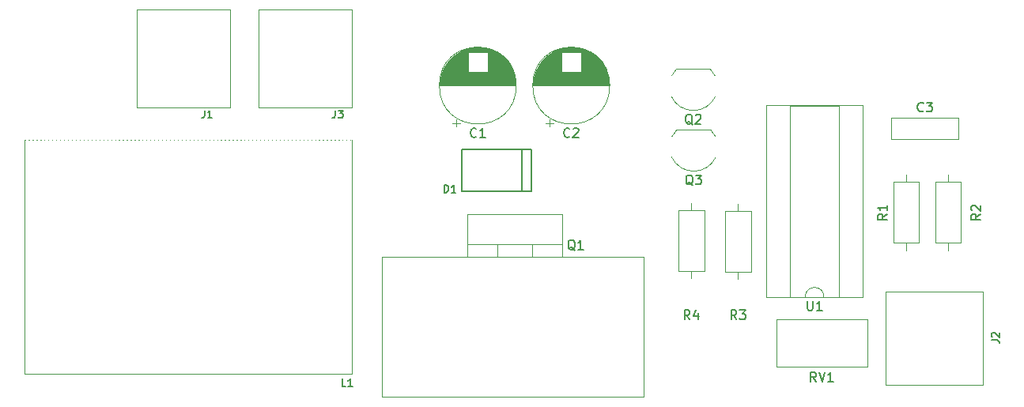
<source format=gbr>
%TF.GenerationSoftware,KiCad,Pcbnew,9.0.4*%
%TF.CreationDate,2025-11-25T15:00:47-03:00*%
%TF.ProjectId,Conversor Boost-MCC. Andr__ Nicollas e Vinicius,436f6e76-6572-4736-9f72-20426f6f7374,rev?*%
%TF.SameCoordinates,Original*%
%TF.FileFunction,Legend,Top*%
%TF.FilePolarity,Positive*%
%FSLAX46Y46*%
G04 Gerber Fmt 4.6, Leading zero omitted, Abs format (unit mm)*
G04 Created by KiCad (PCBNEW 9.0.4) date 2025-11-25 15:00:47*
%MOMM*%
%LPD*%
G01*
G04 APERTURE LIST*
%ADD10C,0.100000*%
%ADD11C,0.152400*%
%ADD12C,0.150000*%
%ADD13C,0.120000*%
G04 APERTURE END LIST*
D10*
X73750000Y-44250000D02*
X101750000Y-44250000D01*
X101750000Y-59250000D01*
X73750000Y-59250000D01*
X73750000Y-44250000D01*
D11*
X80400076Y-37368091D02*
X80400076Y-36555291D01*
X80400076Y-36555291D02*
X80593600Y-36555291D01*
X80593600Y-36555291D02*
X80709714Y-36593996D01*
X80709714Y-36593996D02*
X80787124Y-36671406D01*
X80787124Y-36671406D02*
X80825829Y-36748815D01*
X80825829Y-36748815D02*
X80864533Y-36903634D01*
X80864533Y-36903634D02*
X80864533Y-37019748D01*
X80864533Y-37019748D02*
X80825829Y-37174567D01*
X80825829Y-37174567D02*
X80787124Y-37251977D01*
X80787124Y-37251977D02*
X80709714Y-37329387D01*
X80709714Y-37329387D02*
X80593600Y-37368091D01*
X80593600Y-37368091D02*
X80400076Y-37368091D01*
X81638629Y-37368091D02*
X81174172Y-37368091D01*
X81406400Y-37368091D02*
X81406400Y-36555291D01*
X81406400Y-36555291D02*
X81328991Y-36671406D01*
X81328991Y-36671406D02*
X81251581Y-36748815D01*
X81251581Y-36748815D02*
X81174172Y-36787520D01*
D12*
X83833333Y-31359580D02*
X83785714Y-31407200D01*
X83785714Y-31407200D02*
X83642857Y-31454819D01*
X83642857Y-31454819D02*
X83547619Y-31454819D01*
X83547619Y-31454819D02*
X83404762Y-31407200D01*
X83404762Y-31407200D02*
X83309524Y-31311961D01*
X83309524Y-31311961D02*
X83261905Y-31216723D01*
X83261905Y-31216723D02*
X83214286Y-31026247D01*
X83214286Y-31026247D02*
X83214286Y-30883390D01*
X83214286Y-30883390D02*
X83261905Y-30692914D01*
X83261905Y-30692914D02*
X83309524Y-30597676D01*
X83309524Y-30597676D02*
X83404762Y-30502438D01*
X83404762Y-30502438D02*
X83547619Y-30454819D01*
X83547619Y-30454819D02*
X83642857Y-30454819D01*
X83642857Y-30454819D02*
X83785714Y-30502438D01*
X83785714Y-30502438D02*
X83833333Y-30550057D01*
X84785714Y-31454819D02*
X84214286Y-31454819D01*
X84500000Y-31454819D02*
X84500000Y-30454819D01*
X84500000Y-30454819D02*
X84404762Y-30597676D01*
X84404762Y-30597676D02*
X84309524Y-30692914D01*
X84309524Y-30692914D02*
X84214286Y-30740533D01*
X93833333Y-31359580D02*
X93785714Y-31407200D01*
X93785714Y-31407200D02*
X93642857Y-31454819D01*
X93642857Y-31454819D02*
X93547619Y-31454819D01*
X93547619Y-31454819D02*
X93404762Y-31407200D01*
X93404762Y-31407200D02*
X93309524Y-31311961D01*
X93309524Y-31311961D02*
X93261905Y-31216723D01*
X93261905Y-31216723D02*
X93214286Y-31026247D01*
X93214286Y-31026247D02*
X93214286Y-30883390D01*
X93214286Y-30883390D02*
X93261905Y-30692914D01*
X93261905Y-30692914D02*
X93309524Y-30597676D01*
X93309524Y-30597676D02*
X93404762Y-30502438D01*
X93404762Y-30502438D02*
X93547619Y-30454819D01*
X93547619Y-30454819D02*
X93642857Y-30454819D01*
X93642857Y-30454819D02*
X93785714Y-30502438D01*
X93785714Y-30502438D02*
X93833333Y-30550057D01*
X94214286Y-30550057D02*
X94261905Y-30502438D01*
X94261905Y-30502438D02*
X94357143Y-30454819D01*
X94357143Y-30454819D02*
X94595238Y-30454819D01*
X94595238Y-30454819D02*
X94690476Y-30502438D01*
X94690476Y-30502438D02*
X94738095Y-30550057D01*
X94738095Y-30550057D02*
X94785714Y-30645295D01*
X94785714Y-30645295D02*
X94785714Y-30740533D01*
X94785714Y-30740533D02*
X94738095Y-30883390D01*
X94738095Y-30883390D02*
X94166667Y-31454819D01*
X94166667Y-31454819D02*
X94785714Y-31454819D01*
D11*
X68729067Y-28555291D02*
X68729067Y-29135863D01*
X68729067Y-29135863D02*
X68690362Y-29251977D01*
X68690362Y-29251977D02*
X68612953Y-29329387D01*
X68612953Y-29329387D02*
X68496838Y-29368091D01*
X68496838Y-29368091D02*
X68419429Y-29368091D01*
X69038705Y-28555291D02*
X69541867Y-28555291D01*
X69541867Y-28555291D02*
X69270933Y-28864929D01*
X69270933Y-28864929D02*
X69387048Y-28864929D01*
X69387048Y-28864929D02*
X69464457Y-28903634D01*
X69464457Y-28903634D02*
X69503162Y-28942339D01*
X69503162Y-28942339D02*
X69541867Y-29019748D01*
X69541867Y-29019748D02*
X69541867Y-29213272D01*
X69541867Y-29213272D02*
X69503162Y-29290682D01*
X69503162Y-29290682D02*
X69464457Y-29329387D01*
X69464457Y-29329387D02*
X69387048Y-29368091D01*
X69387048Y-29368091D02*
X69154819Y-29368091D01*
X69154819Y-29368091D02*
X69077410Y-29329387D01*
X69077410Y-29329387D02*
X69038705Y-29290682D01*
D12*
X94404761Y-43550057D02*
X94309523Y-43502438D01*
X94309523Y-43502438D02*
X94214285Y-43407200D01*
X94214285Y-43407200D02*
X94071428Y-43264342D01*
X94071428Y-43264342D02*
X93976190Y-43216723D01*
X93976190Y-43216723D02*
X93880952Y-43216723D01*
X93928571Y-43454819D02*
X93833333Y-43407200D01*
X93833333Y-43407200D02*
X93738095Y-43311961D01*
X93738095Y-43311961D02*
X93690476Y-43121485D01*
X93690476Y-43121485D02*
X93690476Y-42788152D01*
X93690476Y-42788152D02*
X93738095Y-42597676D01*
X93738095Y-42597676D02*
X93833333Y-42502438D01*
X93833333Y-42502438D02*
X93928571Y-42454819D01*
X93928571Y-42454819D02*
X94119047Y-42454819D01*
X94119047Y-42454819D02*
X94214285Y-42502438D01*
X94214285Y-42502438D02*
X94309523Y-42597676D01*
X94309523Y-42597676D02*
X94357142Y-42788152D01*
X94357142Y-42788152D02*
X94357142Y-43121485D01*
X94357142Y-43121485D02*
X94309523Y-43311961D01*
X94309523Y-43311961D02*
X94214285Y-43407200D01*
X94214285Y-43407200D02*
X94119047Y-43454819D01*
X94119047Y-43454819D02*
X93928571Y-43454819D01*
X95309523Y-43454819D02*
X94738095Y-43454819D01*
X95023809Y-43454819D02*
X95023809Y-42454819D01*
X95023809Y-42454819D02*
X94928571Y-42597676D01*
X94928571Y-42597676D02*
X94833333Y-42692914D01*
X94833333Y-42692914D02*
X94738095Y-42740533D01*
X120234761Y-57614819D02*
X119901428Y-57138628D01*
X119663333Y-57614819D02*
X119663333Y-56614819D01*
X119663333Y-56614819D02*
X120044285Y-56614819D01*
X120044285Y-56614819D02*
X120139523Y-56662438D01*
X120139523Y-56662438D02*
X120187142Y-56710057D01*
X120187142Y-56710057D02*
X120234761Y-56805295D01*
X120234761Y-56805295D02*
X120234761Y-56948152D01*
X120234761Y-56948152D02*
X120187142Y-57043390D01*
X120187142Y-57043390D02*
X120139523Y-57091009D01*
X120139523Y-57091009D02*
X120044285Y-57138628D01*
X120044285Y-57138628D02*
X119663333Y-57138628D01*
X120520476Y-56614819D02*
X120853809Y-57614819D01*
X120853809Y-57614819D02*
X121187142Y-56614819D01*
X122044285Y-57614819D02*
X121472857Y-57614819D01*
X121758571Y-57614819D02*
X121758571Y-56614819D01*
X121758571Y-56614819D02*
X121663333Y-56757676D01*
X121663333Y-56757676D02*
X121568095Y-56852914D01*
X121568095Y-56852914D02*
X121472857Y-56900533D01*
X127824819Y-39666666D02*
X127348628Y-39999999D01*
X127824819Y-40238094D02*
X126824819Y-40238094D01*
X126824819Y-40238094D02*
X126824819Y-39857142D01*
X126824819Y-39857142D02*
X126872438Y-39761904D01*
X126872438Y-39761904D02*
X126920057Y-39714285D01*
X126920057Y-39714285D02*
X127015295Y-39666666D01*
X127015295Y-39666666D02*
X127158152Y-39666666D01*
X127158152Y-39666666D02*
X127253390Y-39714285D01*
X127253390Y-39714285D02*
X127301009Y-39761904D01*
X127301009Y-39761904D02*
X127348628Y-39857142D01*
X127348628Y-39857142D02*
X127348628Y-40238094D01*
X127824819Y-38714285D02*
X127824819Y-39285713D01*
X127824819Y-38999999D02*
X126824819Y-38999999D01*
X126824819Y-38999999D02*
X126967676Y-39095237D01*
X126967676Y-39095237D02*
X127062914Y-39190475D01*
X127062914Y-39190475D02*
X127110533Y-39285713D01*
X119298095Y-48984819D02*
X119298095Y-49794342D01*
X119298095Y-49794342D02*
X119345714Y-49889580D01*
X119345714Y-49889580D02*
X119393333Y-49937200D01*
X119393333Y-49937200D02*
X119488571Y-49984819D01*
X119488571Y-49984819D02*
X119679047Y-49984819D01*
X119679047Y-49984819D02*
X119774285Y-49937200D01*
X119774285Y-49937200D02*
X119821904Y-49889580D01*
X119821904Y-49889580D02*
X119869523Y-49794342D01*
X119869523Y-49794342D02*
X119869523Y-48984819D01*
X120869523Y-49984819D02*
X120298095Y-49984819D01*
X120583809Y-49984819D02*
X120583809Y-48984819D01*
X120583809Y-48984819D02*
X120488571Y-49127676D01*
X120488571Y-49127676D02*
X120393333Y-49222914D01*
X120393333Y-49222914D02*
X120298095Y-49270533D01*
X106703333Y-50954819D02*
X106370000Y-50478628D01*
X106131905Y-50954819D02*
X106131905Y-49954819D01*
X106131905Y-49954819D02*
X106512857Y-49954819D01*
X106512857Y-49954819D02*
X106608095Y-50002438D01*
X106608095Y-50002438D02*
X106655714Y-50050057D01*
X106655714Y-50050057D02*
X106703333Y-50145295D01*
X106703333Y-50145295D02*
X106703333Y-50288152D01*
X106703333Y-50288152D02*
X106655714Y-50383390D01*
X106655714Y-50383390D02*
X106608095Y-50431009D01*
X106608095Y-50431009D02*
X106512857Y-50478628D01*
X106512857Y-50478628D02*
X106131905Y-50478628D01*
X107560476Y-50288152D02*
X107560476Y-50954819D01*
X107322381Y-49907200D02*
X107084286Y-50621485D01*
X107084286Y-50621485D02*
X107703333Y-50621485D01*
X137824819Y-39666666D02*
X137348628Y-39999999D01*
X137824819Y-40238094D02*
X136824819Y-40238094D01*
X136824819Y-40238094D02*
X136824819Y-39857142D01*
X136824819Y-39857142D02*
X136872438Y-39761904D01*
X136872438Y-39761904D02*
X136920057Y-39714285D01*
X136920057Y-39714285D02*
X137015295Y-39666666D01*
X137015295Y-39666666D02*
X137158152Y-39666666D01*
X137158152Y-39666666D02*
X137253390Y-39714285D01*
X137253390Y-39714285D02*
X137301009Y-39761904D01*
X137301009Y-39761904D02*
X137348628Y-39857142D01*
X137348628Y-39857142D02*
X137348628Y-40238094D01*
X136920057Y-39285713D02*
X136872438Y-39238094D01*
X136872438Y-39238094D02*
X136824819Y-39142856D01*
X136824819Y-39142856D02*
X136824819Y-38904761D01*
X136824819Y-38904761D02*
X136872438Y-38809523D01*
X136872438Y-38809523D02*
X136920057Y-38761904D01*
X136920057Y-38761904D02*
X137015295Y-38714285D01*
X137015295Y-38714285D02*
X137110533Y-38714285D01*
X137110533Y-38714285D02*
X137253390Y-38761904D01*
X137253390Y-38761904D02*
X137824819Y-39333332D01*
X137824819Y-39333332D02*
X137824819Y-38714285D01*
X111703333Y-50954819D02*
X111370000Y-50478628D01*
X111131905Y-50954819D02*
X111131905Y-49954819D01*
X111131905Y-49954819D02*
X111512857Y-49954819D01*
X111512857Y-49954819D02*
X111608095Y-50002438D01*
X111608095Y-50002438D02*
X111655714Y-50050057D01*
X111655714Y-50050057D02*
X111703333Y-50145295D01*
X111703333Y-50145295D02*
X111703333Y-50288152D01*
X111703333Y-50288152D02*
X111655714Y-50383390D01*
X111655714Y-50383390D02*
X111608095Y-50431009D01*
X111608095Y-50431009D02*
X111512857Y-50478628D01*
X111512857Y-50478628D02*
X111131905Y-50478628D01*
X112036667Y-49954819D02*
X112655714Y-49954819D01*
X112655714Y-49954819D02*
X112322381Y-50335771D01*
X112322381Y-50335771D02*
X112465238Y-50335771D01*
X112465238Y-50335771D02*
X112560476Y-50383390D01*
X112560476Y-50383390D02*
X112608095Y-50431009D01*
X112608095Y-50431009D02*
X112655714Y-50526247D01*
X112655714Y-50526247D02*
X112655714Y-50764342D01*
X112655714Y-50764342D02*
X112608095Y-50859580D01*
X112608095Y-50859580D02*
X112560476Y-50907200D01*
X112560476Y-50907200D02*
X112465238Y-50954819D01*
X112465238Y-50954819D02*
X112179524Y-50954819D01*
X112179524Y-50954819D02*
X112084286Y-50907200D01*
X112084286Y-50907200D02*
X112036667Y-50859580D01*
D11*
X139012491Y-53170932D02*
X139593063Y-53170932D01*
X139593063Y-53170932D02*
X139709177Y-53209637D01*
X139709177Y-53209637D02*
X139786587Y-53287046D01*
X139786587Y-53287046D02*
X139825291Y-53403161D01*
X139825291Y-53403161D02*
X139825291Y-53480570D01*
X139089901Y-52822589D02*
X139051196Y-52783885D01*
X139051196Y-52783885D02*
X139012491Y-52706475D01*
X139012491Y-52706475D02*
X139012491Y-52512951D01*
X139012491Y-52512951D02*
X139051196Y-52435542D01*
X139051196Y-52435542D02*
X139089901Y-52396837D01*
X139089901Y-52396837D02*
X139167310Y-52358132D01*
X139167310Y-52358132D02*
X139244720Y-52358132D01*
X139244720Y-52358132D02*
X139360834Y-52396837D01*
X139360834Y-52396837D02*
X139825291Y-52861294D01*
X139825291Y-52861294D02*
X139825291Y-52358132D01*
D12*
X131703333Y-28609580D02*
X131655714Y-28657200D01*
X131655714Y-28657200D02*
X131512857Y-28704819D01*
X131512857Y-28704819D02*
X131417619Y-28704819D01*
X131417619Y-28704819D02*
X131274762Y-28657200D01*
X131274762Y-28657200D02*
X131179524Y-28561961D01*
X131179524Y-28561961D02*
X131131905Y-28466723D01*
X131131905Y-28466723D02*
X131084286Y-28276247D01*
X131084286Y-28276247D02*
X131084286Y-28133390D01*
X131084286Y-28133390D02*
X131131905Y-27942914D01*
X131131905Y-27942914D02*
X131179524Y-27847676D01*
X131179524Y-27847676D02*
X131274762Y-27752438D01*
X131274762Y-27752438D02*
X131417619Y-27704819D01*
X131417619Y-27704819D02*
X131512857Y-27704819D01*
X131512857Y-27704819D02*
X131655714Y-27752438D01*
X131655714Y-27752438D02*
X131703333Y-27800057D01*
X132036667Y-27704819D02*
X132655714Y-27704819D01*
X132655714Y-27704819D02*
X132322381Y-28085771D01*
X132322381Y-28085771D02*
X132465238Y-28085771D01*
X132465238Y-28085771D02*
X132560476Y-28133390D01*
X132560476Y-28133390D02*
X132608095Y-28181009D01*
X132608095Y-28181009D02*
X132655714Y-28276247D01*
X132655714Y-28276247D02*
X132655714Y-28514342D01*
X132655714Y-28514342D02*
X132608095Y-28609580D01*
X132608095Y-28609580D02*
X132560476Y-28657200D01*
X132560476Y-28657200D02*
X132465238Y-28704819D01*
X132465238Y-28704819D02*
X132179524Y-28704819D01*
X132179524Y-28704819D02*
X132084286Y-28657200D01*
X132084286Y-28657200D02*
X132036667Y-28609580D01*
X107024761Y-36590057D02*
X106929523Y-36542438D01*
X106929523Y-36542438D02*
X106834285Y-36447200D01*
X106834285Y-36447200D02*
X106691428Y-36304342D01*
X106691428Y-36304342D02*
X106596190Y-36256723D01*
X106596190Y-36256723D02*
X106500952Y-36256723D01*
X106548571Y-36494819D02*
X106453333Y-36447200D01*
X106453333Y-36447200D02*
X106358095Y-36351961D01*
X106358095Y-36351961D02*
X106310476Y-36161485D01*
X106310476Y-36161485D02*
X106310476Y-35828152D01*
X106310476Y-35828152D02*
X106358095Y-35637676D01*
X106358095Y-35637676D02*
X106453333Y-35542438D01*
X106453333Y-35542438D02*
X106548571Y-35494819D01*
X106548571Y-35494819D02*
X106739047Y-35494819D01*
X106739047Y-35494819D02*
X106834285Y-35542438D01*
X106834285Y-35542438D02*
X106929523Y-35637676D01*
X106929523Y-35637676D02*
X106977142Y-35828152D01*
X106977142Y-35828152D02*
X106977142Y-36161485D01*
X106977142Y-36161485D02*
X106929523Y-36351961D01*
X106929523Y-36351961D02*
X106834285Y-36447200D01*
X106834285Y-36447200D02*
X106739047Y-36494819D01*
X106739047Y-36494819D02*
X106548571Y-36494819D01*
X107310476Y-35494819D02*
X107929523Y-35494819D01*
X107929523Y-35494819D02*
X107596190Y-35875771D01*
X107596190Y-35875771D02*
X107739047Y-35875771D01*
X107739047Y-35875771D02*
X107834285Y-35923390D01*
X107834285Y-35923390D02*
X107881904Y-35971009D01*
X107881904Y-35971009D02*
X107929523Y-36066247D01*
X107929523Y-36066247D02*
X107929523Y-36304342D01*
X107929523Y-36304342D02*
X107881904Y-36399580D01*
X107881904Y-36399580D02*
X107834285Y-36447200D01*
X107834285Y-36447200D02*
X107739047Y-36494819D01*
X107739047Y-36494819D02*
X107453333Y-36494819D01*
X107453333Y-36494819D02*
X107358095Y-36447200D01*
X107358095Y-36447200D02*
X107310476Y-36399580D01*
X106984761Y-30090057D02*
X106889523Y-30042438D01*
X106889523Y-30042438D02*
X106794285Y-29947200D01*
X106794285Y-29947200D02*
X106651428Y-29804342D01*
X106651428Y-29804342D02*
X106556190Y-29756723D01*
X106556190Y-29756723D02*
X106460952Y-29756723D01*
X106508571Y-29994819D02*
X106413333Y-29947200D01*
X106413333Y-29947200D02*
X106318095Y-29851961D01*
X106318095Y-29851961D02*
X106270476Y-29661485D01*
X106270476Y-29661485D02*
X106270476Y-29328152D01*
X106270476Y-29328152D02*
X106318095Y-29137676D01*
X106318095Y-29137676D02*
X106413333Y-29042438D01*
X106413333Y-29042438D02*
X106508571Y-28994819D01*
X106508571Y-28994819D02*
X106699047Y-28994819D01*
X106699047Y-28994819D02*
X106794285Y-29042438D01*
X106794285Y-29042438D02*
X106889523Y-29137676D01*
X106889523Y-29137676D02*
X106937142Y-29328152D01*
X106937142Y-29328152D02*
X106937142Y-29661485D01*
X106937142Y-29661485D02*
X106889523Y-29851961D01*
X106889523Y-29851961D02*
X106794285Y-29947200D01*
X106794285Y-29947200D02*
X106699047Y-29994819D01*
X106699047Y-29994819D02*
X106508571Y-29994819D01*
X107318095Y-29090057D02*
X107365714Y-29042438D01*
X107365714Y-29042438D02*
X107460952Y-28994819D01*
X107460952Y-28994819D02*
X107699047Y-28994819D01*
X107699047Y-28994819D02*
X107794285Y-29042438D01*
X107794285Y-29042438D02*
X107841904Y-29090057D01*
X107841904Y-29090057D02*
X107889523Y-29185295D01*
X107889523Y-29185295D02*
X107889523Y-29280533D01*
X107889523Y-29280533D02*
X107841904Y-29423390D01*
X107841904Y-29423390D02*
X107270476Y-29994819D01*
X107270476Y-29994819D02*
X107889523Y-29994819D01*
D11*
X69864533Y-58118091D02*
X69477485Y-58118091D01*
X69477485Y-58118091D02*
X69477485Y-57305291D01*
X70561219Y-58118091D02*
X70096762Y-58118091D01*
X70328990Y-58118091D02*
X70328990Y-57305291D01*
X70328990Y-57305291D02*
X70251581Y-57421406D01*
X70251581Y-57421406D02*
X70174171Y-57498815D01*
X70174171Y-57498815D02*
X70096762Y-57537520D01*
X54729067Y-28555291D02*
X54729067Y-29135863D01*
X54729067Y-29135863D02*
X54690362Y-29251977D01*
X54690362Y-29251977D02*
X54612953Y-29329387D01*
X54612953Y-29329387D02*
X54496838Y-29368091D01*
X54496838Y-29368091D02*
X54419429Y-29368091D01*
X55541867Y-29368091D02*
X55077410Y-29368091D01*
X55309638Y-29368091D02*
X55309638Y-28555291D01*
X55309638Y-28555291D02*
X55232229Y-28671406D01*
X55232229Y-28671406D02*
X55154819Y-28748815D01*
X55154819Y-28748815D02*
X55077410Y-28787520D01*
%TO.C,D1*%
X82250000Y-32750000D02*
X89750000Y-32750000D01*
X89750000Y-37250000D01*
X82250000Y-37250000D01*
X82250000Y-32750000D01*
X88750000Y-32750000D02*
X88750000Y-37250000D01*
D13*
%TO.C,C1*%
X79920000Y-25862651D02*
X88080000Y-25862651D01*
X79920000Y-25902651D02*
X88080000Y-25902651D01*
X79921000Y-25822651D02*
X88079000Y-25822651D01*
X79922000Y-25782651D02*
X88078000Y-25782651D01*
X79923000Y-25742651D02*
X88077000Y-25742651D01*
X79925000Y-25702651D02*
X88075000Y-25702651D01*
X79927000Y-25662651D02*
X88073000Y-25662651D01*
X79930000Y-25622651D02*
X88070000Y-25622651D01*
X79932000Y-25582651D02*
X88068000Y-25582651D01*
X79936000Y-25542651D02*
X88064000Y-25542651D01*
X79939000Y-25502651D02*
X88061000Y-25502651D01*
X79944000Y-25462651D02*
X88056000Y-25462651D01*
X79948000Y-25422651D02*
X88052000Y-25422651D01*
X79953000Y-25382651D02*
X88047000Y-25382651D01*
X79958000Y-25342651D02*
X88042000Y-25342651D01*
X79964000Y-25302651D02*
X88036000Y-25302651D01*
X79970000Y-25262651D02*
X88030000Y-25262651D01*
X79977000Y-25222651D02*
X88023000Y-25222651D01*
X79983000Y-25182651D02*
X88017000Y-25182651D01*
X79991000Y-25142651D02*
X88009000Y-25142651D01*
X79998000Y-25102651D02*
X88002000Y-25102651D01*
X80007000Y-25062651D02*
X87993000Y-25062651D01*
X80015000Y-25022651D02*
X87985000Y-25022651D01*
X80024000Y-24982651D02*
X87976000Y-24982651D01*
X80033000Y-24942651D02*
X87967000Y-24942651D01*
X80043000Y-24902651D02*
X87957000Y-24902651D01*
X80053000Y-24862651D02*
X87947000Y-24862651D01*
X80064000Y-24822651D02*
X87936000Y-24822651D01*
X80075000Y-24782651D02*
X87925000Y-24782651D01*
X80087000Y-24742651D02*
X87913000Y-24742651D01*
X80099000Y-24702651D02*
X87901000Y-24702651D01*
X80111000Y-24662651D02*
X87889000Y-24662651D01*
X80124000Y-24622651D02*
X87876000Y-24622651D01*
X80137000Y-24582651D02*
X87863000Y-24582651D01*
X80151000Y-24542651D02*
X87849000Y-24542651D01*
X80165000Y-24502651D02*
X87835000Y-24502651D01*
X80180000Y-24462651D02*
X87820000Y-24462651D01*
X80195000Y-24422651D02*
X82960000Y-24422651D01*
X80211000Y-24382651D02*
X82960000Y-24382651D01*
X80227000Y-24342651D02*
X82960000Y-24342651D01*
X80243000Y-24302651D02*
X82960000Y-24302651D01*
X80260000Y-24262651D02*
X82960000Y-24262651D01*
X80278000Y-24222651D02*
X82960000Y-24222651D01*
X80296000Y-24182651D02*
X82960000Y-24182651D01*
X80315000Y-24142651D02*
X82960000Y-24142651D01*
X80334000Y-24102651D02*
X82960000Y-24102651D01*
X80354000Y-24062651D02*
X82960000Y-24062651D01*
X80374000Y-24022651D02*
X82960000Y-24022651D01*
X80395000Y-23982651D02*
X82960000Y-23982651D01*
X80416000Y-23942651D02*
X82960000Y-23942651D01*
X80438000Y-23902651D02*
X82960000Y-23902651D01*
X80461000Y-23862651D02*
X82960000Y-23862651D01*
X80484000Y-23822651D02*
X82960000Y-23822651D01*
X80507000Y-23782651D02*
X82960000Y-23782651D01*
X80532000Y-23742651D02*
X82960000Y-23742651D01*
X80557000Y-23702651D02*
X82960000Y-23702651D01*
X80582000Y-23662651D02*
X82960000Y-23662651D01*
X80608000Y-23622651D02*
X82960000Y-23622651D01*
X80635000Y-23582651D02*
X82960000Y-23582651D01*
X80663000Y-23542651D02*
X82960000Y-23542651D01*
X80691000Y-23502651D02*
X82960000Y-23502651D01*
X80720000Y-23462651D02*
X82960000Y-23462651D01*
X80750000Y-23422651D02*
X82960000Y-23422651D01*
X80781000Y-23382651D02*
X82960000Y-23382651D01*
X80812000Y-23342651D02*
X82960000Y-23342651D01*
X80844000Y-23302651D02*
X82960000Y-23302651D01*
X80877000Y-23262651D02*
X82960000Y-23262651D01*
X80911000Y-23222651D02*
X82960000Y-23222651D01*
X80945000Y-23182651D02*
X82960000Y-23182651D01*
X80981000Y-23142651D02*
X82960000Y-23142651D01*
X81018000Y-23102651D02*
X82960000Y-23102651D01*
X81055000Y-23062651D02*
X82960000Y-23062651D01*
X81094000Y-23022651D02*
X82960000Y-23022651D01*
X81133000Y-22982651D02*
X82960000Y-22982651D01*
X81174000Y-22942651D02*
X82960000Y-22942651D01*
X81216000Y-22902651D02*
X82960000Y-22902651D01*
X81259000Y-22862651D02*
X82960000Y-22862651D01*
X81285000Y-29912349D02*
X82085000Y-29912349D01*
X81304000Y-22822651D02*
X82960000Y-22822651D01*
X81349000Y-22782651D02*
X82960000Y-22782651D01*
X81396000Y-22742651D02*
X82960000Y-22742651D01*
X81445000Y-22702651D02*
X82960000Y-22702651D01*
X81495000Y-22662651D02*
X82960000Y-22662651D01*
X81547000Y-22622651D02*
X82960000Y-22622651D01*
X81600000Y-22582651D02*
X82960000Y-22582651D01*
X81656000Y-22542651D02*
X82960000Y-22542651D01*
X81685000Y-30312349D02*
X81685000Y-29512349D01*
X81713000Y-22502651D02*
X82960000Y-22502651D01*
X81773000Y-22462651D02*
X82960000Y-22462651D01*
X81835000Y-22422651D02*
X82960000Y-22422651D01*
X81899000Y-22382651D02*
X82960000Y-22382651D01*
X81966000Y-22342651D02*
X86034000Y-22342651D01*
X82036000Y-22302651D02*
X85964000Y-22302651D01*
X82110000Y-22262651D02*
X85890000Y-22262651D01*
X82187000Y-22222651D02*
X85813000Y-22222651D01*
X82269000Y-22182651D02*
X85731000Y-22182651D01*
X82356000Y-22142651D02*
X85644000Y-22142651D01*
X82448000Y-22102651D02*
X85552000Y-22102651D01*
X82547000Y-22062651D02*
X85453000Y-22062651D01*
X82654000Y-22022651D02*
X85346000Y-22022651D01*
X82772000Y-21982651D02*
X85228000Y-21982651D01*
X82903000Y-21942651D02*
X85097000Y-21942651D01*
X83053000Y-21902651D02*
X84947000Y-21902651D01*
X83232000Y-21862651D02*
X84768000Y-21862651D01*
X83467000Y-21822651D02*
X84533000Y-21822651D01*
X85040000Y-22382651D02*
X86101000Y-22382651D01*
X85040000Y-22422651D02*
X86165000Y-22422651D01*
X85040000Y-22462651D02*
X86227000Y-22462651D01*
X85040000Y-22502651D02*
X86287000Y-22502651D01*
X85040000Y-22542651D02*
X86344000Y-22542651D01*
X85040000Y-22582651D02*
X86400000Y-22582651D01*
X85040000Y-22622651D02*
X86453000Y-22622651D01*
X85040000Y-22662651D02*
X86505000Y-22662651D01*
X85040000Y-22702651D02*
X86555000Y-22702651D01*
X85040000Y-22742651D02*
X86604000Y-22742651D01*
X85040000Y-22782651D02*
X86651000Y-22782651D01*
X85040000Y-22822651D02*
X86696000Y-22822651D01*
X85040000Y-22862651D02*
X86741000Y-22862651D01*
X85040000Y-22902651D02*
X86784000Y-22902651D01*
X85040000Y-22942651D02*
X86826000Y-22942651D01*
X85040000Y-22982651D02*
X86867000Y-22982651D01*
X85040000Y-23022651D02*
X86906000Y-23022651D01*
X85040000Y-23062651D02*
X86945000Y-23062651D01*
X85040000Y-23102651D02*
X86982000Y-23102651D01*
X85040000Y-23142651D02*
X87019000Y-23142651D01*
X85040000Y-23182651D02*
X87055000Y-23182651D01*
X85040000Y-23222651D02*
X87089000Y-23222651D01*
X85040000Y-23262651D02*
X87123000Y-23262651D01*
X85040000Y-23302651D02*
X87156000Y-23302651D01*
X85040000Y-23342651D02*
X87188000Y-23342651D01*
X85040000Y-23382651D02*
X87219000Y-23382651D01*
X85040000Y-23422651D02*
X87250000Y-23422651D01*
X85040000Y-23462651D02*
X87280000Y-23462651D01*
X85040000Y-23502651D02*
X87309000Y-23502651D01*
X85040000Y-23542651D02*
X87337000Y-23542651D01*
X85040000Y-23582651D02*
X87365000Y-23582651D01*
X85040000Y-23622651D02*
X87392000Y-23622651D01*
X85040000Y-23662651D02*
X87418000Y-23662651D01*
X85040000Y-23702651D02*
X87443000Y-23702651D01*
X85040000Y-23742651D02*
X87468000Y-23742651D01*
X85040000Y-23782651D02*
X87493000Y-23782651D01*
X85040000Y-23822651D02*
X87516000Y-23822651D01*
X85040000Y-23862651D02*
X87539000Y-23862651D01*
X85040000Y-23902651D02*
X87562000Y-23902651D01*
X85040000Y-23942651D02*
X87584000Y-23942651D01*
X85040000Y-23982651D02*
X87605000Y-23982651D01*
X85040000Y-24022651D02*
X87626000Y-24022651D01*
X85040000Y-24062651D02*
X87646000Y-24062651D01*
X85040000Y-24102651D02*
X87666000Y-24102651D01*
X85040000Y-24142651D02*
X87685000Y-24142651D01*
X85040000Y-24182651D02*
X87704000Y-24182651D01*
X85040000Y-24222651D02*
X87722000Y-24222651D01*
X85040000Y-24262651D02*
X87740000Y-24262651D01*
X85040000Y-24302651D02*
X87757000Y-24302651D01*
X85040000Y-24342651D02*
X87773000Y-24342651D01*
X85040000Y-24382651D02*
X87789000Y-24382651D01*
X85040000Y-24422651D02*
X87805000Y-24422651D01*
X88120000Y-25902651D02*
G75*
G02*
X79880000Y-25902651I-4120000J0D01*
G01*
X79880000Y-25902651D02*
G75*
G02*
X88120000Y-25902651I4120000J0D01*
G01*
%TO.C,C2*%
X98120000Y-25902651D02*
G75*
G02*
X89880000Y-25902651I-4120000J0D01*
G01*
X89880000Y-25902651D02*
G75*
G02*
X98120000Y-25902651I4120000J0D01*
G01*
X95040000Y-24422651D02*
X97805000Y-24422651D01*
X95040000Y-24382651D02*
X97789000Y-24382651D01*
X95040000Y-24342651D02*
X97773000Y-24342651D01*
X95040000Y-24302651D02*
X97757000Y-24302651D01*
X95040000Y-24262651D02*
X97740000Y-24262651D01*
X95040000Y-24222651D02*
X97722000Y-24222651D01*
X95040000Y-24182651D02*
X97704000Y-24182651D01*
X95040000Y-24142651D02*
X97685000Y-24142651D01*
X95040000Y-24102651D02*
X97666000Y-24102651D01*
X95040000Y-24062651D02*
X97646000Y-24062651D01*
X95040000Y-24022651D02*
X97626000Y-24022651D01*
X95040000Y-23982651D02*
X97605000Y-23982651D01*
X95040000Y-23942651D02*
X97584000Y-23942651D01*
X95040000Y-23902651D02*
X97562000Y-23902651D01*
X95040000Y-23862651D02*
X97539000Y-23862651D01*
X95040000Y-23822651D02*
X97516000Y-23822651D01*
X95040000Y-23782651D02*
X97493000Y-23782651D01*
X95040000Y-23742651D02*
X97468000Y-23742651D01*
X95040000Y-23702651D02*
X97443000Y-23702651D01*
X95040000Y-23662651D02*
X97418000Y-23662651D01*
X95040000Y-23622651D02*
X97392000Y-23622651D01*
X95040000Y-23582651D02*
X97365000Y-23582651D01*
X95040000Y-23542651D02*
X97337000Y-23542651D01*
X95040000Y-23502651D02*
X97309000Y-23502651D01*
X95040000Y-23462651D02*
X97280000Y-23462651D01*
X95040000Y-23422651D02*
X97250000Y-23422651D01*
X95040000Y-23382651D02*
X97219000Y-23382651D01*
X95040000Y-23342651D02*
X97188000Y-23342651D01*
X95040000Y-23302651D02*
X97156000Y-23302651D01*
X95040000Y-23262651D02*
X97123000Y-23262651D01*
X95040000Y-23222651D02*
X97089000Y-23222651D01*
X95040000Y-23182651D02*
X97055000Y-23182651D01*
X95040000Y-23142651D02*
X97019000Y-23142651D01*
X95040000Y-23102651D02*
X96982000Y-23102651D01*
X95040000Y-23062651D02*
X96945000Y-23062651D01*
X95040000Y-23022651D02*
X96906000Y-23022651D01*
X95040000Y-22982651D02*
X96867000Y-22982651D01*
X95040000Y-22942651D02*
X96826000Y-22942651D01*
X95040000Y-22902651D02*
X96784000Y-22902651D01*
X95040000Y-22862651D02*
X96741000Y-22862651D01*
X95040000Y-22822651D02*
X96696000Y-22822651D01*
X95040000Y-22782651D02*
X96651000Y-22782651D01*
X95040000Y-22742651D02*
X96604000Y-22742651D01*
X95040000Y-22702651D02*
X96555000Y-22702651D01*
X95040000Y-22662651D02*
X96505000Y-22662651D01*
X95040000Y-22622651D02*
X96453000Y-22622651D01*
X95040000Y-22582651D02*
X96400000Y-22582651D01*
X95040000Y-22542651D02*
X96344000Y-22542651D01*
X95040000Y-22502651D02*
X96287000Y-22502651D01*
X95040000Y-22462651D02*
X96227000Y-22462651D01*
X95040000Y-22422651D02*
X96165000Y-22422651D01*
X95040000Y-22382651D02*
X96101000Y-22382651D01*
X93467000Y-21822651D02*
X94533000Y-21822651D01*
X93232000Y-21862651D02*
X94768000Y-21862651D01*
X93053000Y-21902651D02*
X94947000Y-21902651D01*
X92903000Y-21942651D02*
X95097000Y-21942651D01*
X92772000Y-21982651D02*
X95228000Y-21982651D01*
X92654000Y-22022651D02*
X95346000Y-22022651D01*
X92547000Y-22062651D02*
X95453000Y-22062651D01*
X92448000Y-22102651D02*
X95552000Y-22102651D01*
X92356000Y-22142651D02*
X95644000Y-22142651D01*
X92269000Y-22182651D02*
X95731000Y-22182651D01*
X92187000Y-22222651D02*
X95813000Y-22222651D01*
X92110000Y-22262651D02*
X95890000Y-22262651D01*
X92036000Y-22302651D02*
X95964000Y-22302651D01*
X91966000Y-22342651D02*
X96034000Y-22342651D01*
X91899000Y-22382651D02*
X92960000Y-22382651D01*
X91835000Y-22422651D02*
X92960000Y-22422651D01*
X91773000Y-22462651D02*
X92960000Y-22462651D01*
X91713000Y-22502651D02*
X92960000Y-22502651D01*
X91685000Y-30312349D02*
X91685000Y-29512349D01*
X91656000Y-22542651D02*
X92960000Y-22542651D01*
X91600000Y-22582651D02*
X92960000Y-22582651D01*
X91547000Y-22622651D02*
X92960000Y-22622651D01*
X91495000Y-22662651D02*
X92960000Y-22662651D01*
X91445000Y-22702651D02*
X92960000Y-22702651D01*
X91396000Y-22742651D02*
X92960000Y-22742651D01*
X91349000Y-22782651D02*
X92960000Y-22782651D01*
X91304000Y-22822651D02*
X92960000Y-22822651D01*
X91285000Y-29912349D02*
X92085000Y-29912349D01*
X91259000Y-22862651D02*
X92960000Y-22862651D01*
X91216000Y-22902651D02*
X92960000Y-22902651D01*
X91174000Y-22942651D02*
X92960000Y-22942651D01*
X91133000Y-22982651D02*
X92960000Y-22982651D01*
X91094000Y-23022651D02*
X92960000Y-23022651D01*
X91055000Y-23062651D02*
X92960000Y-23062651D01*
X91018000Y-23102651D02*
X92960000Y-23102651D01*
X90981000Y-23142651D02*
X92960000Y-23142651D01*
X90945000Y-23182651D02*
X92960000Y-23182651D01*
X90911000Y-23222651D02*
X92960000Y-23222651D01*
X90877000Y-23262651D02*
X92960000Y-23262651D01*
X90844000Y-23302651D02*
X92960000Y-23302651D01*
X90812000Y-23342651D02*
X92960000Y-23342651D01*
X90781000Y-23382651D02*
X92960000Y-23382651D01*
X90750000Y-23422651D02*
X92960000Y-23422651D01*
X90720000Y-23462651D02*
X92960000Y-23462651D01*
X90691000Y-23502651D02*
X92960000Y-23502651D01*
X90663000Y-23542651D02*
X92960000Y-23542651D01*
X90635000Y-23582651D02*
X92960000Y-23582651D01*
X90608000Y-23622651D02*
X92960000Y-23622651D01*
X90582000Y-23662651D02*
X92960000Y-23662651D01*
X90557000Y-23702651D02*
X92960000Y-23702651D01*
X90532000Y-23742651D02*
X92960000Y-23742651D01*
X90507000Y-23782651D02*
X92960000Y-23782651D01*
X90484000Y-23822651D02*
X92960000Y-23822651D01*
X90461000Y-23862651D02*
X92960000Y-23862651D01*
X90438000Y-23902651D02*
X92960000Y-23902651D01*
X90416000Y-23942651D02*
X92960000Y-23942651D01*
X90395000Y-23982651D02*
X92960000Y-23982651D01*
X90374000Y-24022651D02*
X92960000Y-24022651D01*
X90354000Y-24062651D02*
X92960000Y-24062651D01*
X90334000Y-24102651D02*
X92960000Y-24102651D01*
X90315000Y-24142651D02*
X92960000Y-24142651D01*
X90296000Y-24182651D02*
X92960000Y-24182651D01*
X90278000Y-24222651D02*
X92960000Y-24222651D01*
X90260000Y-24262651D02*
X92960000Y-24262651D01*
X90243000Y-24302651D02*
X92960000Y-24302651D01*
X90227000Y-24342651D02*
X92960000Y-24342651D01*
X90211000Y-24382651D02*
X92960000Y-24382651D01*
X90195000Y-24422651D02*
X92960000Y-24422651D01*
X90180000Y-24462651D02*
X97820000Y-24462651D01*
X90165000Y-24502651D02*
X97835000Y-24502651D01*
X90151000Y-24542651D02*
X97849000Y-24542651D01*
X90137000Y-24582651D02*
X97863000Y-24582651D01*
X90124000Y-24622651D02*
X97876000Y-24622651D01*
X90111000Y-24662651D02*
X97889000Y-24662651D01*
X90099000Y-24702651D02*
X97901000Y-24702651D01*
X90087000Y-24742651D02*
X97913000Y-24742651D01*
X90075000Y-24782651D02*
X97925000Y-24782651D01*
X90064000Y-24822651D02*
X97936000Y-24822651D01*
X90053000Y-24862651D02*
X97947000Y-24862651D01*
X90043000Y-24902651D02*
X97957000Y-24902651D01*
X90033000Y-24942651D02*
X97967000Y-24942651D01*
X90024000Y-24982651D02*
X97976000Y-24982651D01*
X90015000Y-25022651D02*
X97985000Y-25022651D01*
X90007000Y-25062651D02*
X97993000Y-25062651D01*
X89998000Y-25102651D02*
X98002000Y-25102651D01*
X89991000Y-25142651D02*
X98009000Y-25142651D01*
X89983000Y-25182651D02*
X98017000Y-25182651D01*
X89977000Y-25222651D02*
X98023000Y-25222651D01*
X89970000Y-25262651D02*
X98030000Y-25262651D01*
X89964000Y-25302651D02*
X98036000Y-25302651D01*
X89958000Y-25342651D02*
X98042000Y-25342651D01*
X89953000Y-25382651D02*
X98047000Y-25382651D01*
X89948000Y-25422651D02*
X98052000Y-25422651D01*
X89944000Y-25462651D02*
X98056000Y-25462651D01*
X89939000Y-25502651D02*
X98061000Y-25502651D01*
X89936000Y-25542651D02*
X98064000Y-25542651D01*
X89932000Y-25582651D02*
X98068000Y-25582651D01*
X89930000Y-25622651D02*
X98070000Y-25622651D01*
X89927000Y-25662651D02*
X98073000Y-25662651D01*
X89925000Y-25702651D02*
X98075000Y-25702651D01*
X89923000Y-25742651D02*
X98077000Y-25742651D01*
X89922000Y-25782651D02*
X98078000Y-25782651D01*
X89921000Y-25822651D02*
X98079000Y-25822651D01*
X89920000Y-25902651D02*
X98080000Y-25902651D01*
X89920000Y-25862651D02*
X98080000Y-25862651D01*
D10*
%TO.C,J3*%
X60500000Y-28225000D02*
X70500000Y-28225000D01*
X70500000Y-28225000D02*
X70500000Y-17775000D01*
X60500000Y-17775000D02*
X60500000Y-28225000D01*
X70500000Y-17775000D02*
X60500000Y-17775000D01*
D13*
%TO.C,Q1*%
X82850000Y-39640000D02*
X93070000Y-39640000D01*
X82850000Y-44260000D02*
X82850000Y-39640000D01*
X86110000Y-44260000D02*
X86110000Y-42880000D01*
X89810000Y-44260000D02*
X89810000Y-42880000D01*
X93070000Y-39640000D02*
X93070000Y-44260000D01*
X93070000Y-42880000D02*
X82850000Y-42880000D01*
X93070000Y-44260000D02*
X82850000Y-44260000D01*
%TO.C,RV1*%
X125705000Y-56020000D02*
X115955000Y-56020000D01*
X125705000Y-50970000D02*
X125705000Y-56020000D01*
X115955000Y-56020000D02*
X115955000Y-50970000D01*
X115955000Y-50970000D02*
X125705000Y-50970000D01*
%TO.C,R1*%
X131240000Y-36230000D02*
X128500000Y-36230000D01*
X128500000Y-42770000D01*
X131240000Y-42770000D01*
X131240000Y-36230000D01*
X129870000Y-43540000D02*
X129870000Y-42770000D01*
X129870000Y-35460000D02*
X129870000Y-36230000D01*
%TO.C,U1*%
X119060000Y-48530000D02*
G75*
G02*
X121060000Y-48530000I1000000J0D01*
G01*
X125200000Y-48590000D02*
X114920000Y-48590000D01*
X114920000Y-28030000D01*
X125200000Y-28030000D01*
X125200000Y-48590000D01*
X122710000Y-48530000D02*
X122710000Y-28090000D01*
X122710000Y-28090000D02*
X117410000Y-28090000D01*
X121060000Y-48530000D02*
X122710000Y-48530000D01*
X117410000Y-48530000D02*
X119060000Y-48530000D01*
X117410000Y-28090000D02*
X117410000Y-48530000D01*
%TO.C,R4*%
X108240000Y-39230000D02*
X105500000Y-39230000D01*
X105500000Y-45770000D01*
X108240000Y-45770000D01*
X108240000Y-39230000D01*
X106870000Y-46540000D02*
X106870000Y-45770000D01*
X106870000Y-38460000D02*
X106870000Y-39230000D01*
%TO.C,R2*%
X133000000Y-42770000D02*
X135740000Y-42770000D01*
X135740000Y-36230000D01*
X133000000Y-36230000D01*
X133000000Y-42770000D01*
X134370000Y-43540000D02*
X134370000Y-42770000D01*
X134370000Y-35460000D02*
X134370000Y-36230000D01*
%TO.C,R3*%
X110500000Y-45850000D02*
X113240000Y-45850000D01*
X113240000Y-39310000D01*
X110500000Y-39310000D01*
X110500000Y-45850000D01*
X111870000Y-46620000D02*
X111870000Y-45850000D01*
X111870000Y-38540000D02*
X111870000Y-39310000D01*
D10*
%TO.C,J2*%
X138095000Y-58000000D02*
X138095000Y-48000000D01*
X138095000Y-48000000D02*
X127645000Y-48000000D01*
X127645000Y-58000000D02*
X138095000Y-58000000D01*
X127645000Y-48000000D02*
X127645000Y-58000000D01*
D13*
%TO.C,C3*%
X135490000Y-31620000D02*
X128250000Y-31620000D01*
X135490000Y-29380000D02*
X135490000Y-31620000D01*
X128250000Y-31620000D02*
X128250000Y-29380000D01*
X128250000Y-29380000D02*
X135490000Y-29380000D01*
%TO.C,Q3*%
X104795816Y-31357205D02*
G75*
G02*
X105320000Y-30630000I2324184J-1122795D01*
G01*
X107120000Y-35080000D02*
G75*
G02*
X104763600Y-33578807I0J2600000D01*
G01*
X108920000Y-30630000D02*
G75*
G02*
X109444184Y-31357205I-1800000J-1850000D01*
G01*
X109476400Y-33578807D02*
G75*
G02*
X107120000Y-35080000I-2356400J1098807D01*
G01*
X108920000Y-30630000D02*
X105320000Y-30630000D01*
%TO.C,Q2*%
X104755816Y-24857205D02*
G75*
G02*
X105280000Y-24130000I2324184J-1122795D01*
G01*
X107080000Y-28580000D02*
G75*
G02*
X104723600Y-27078807I0J2600000D01*
G01*
X108880000Y-24130000D02*
G75*
G02*
X109404184Y-24857205I-1800000J-1850000D01*
G01*
X109436400Y-27078807D02*
G75*
G02*
X107080000Y-28580000I-2356400J1098807D01*
G01*
X108880000Y-24130000D02*
X105280000Y-24130000D01*
D10*
%TO.C,L1*%
X35500000Y-56750000D02*
X35500000Y-31750000D01*
X70500000Y-56750000D02*
X35500000Y-56750000D01*
X35500000Y-31750000D02*
X35520000Y-31750000D01*
X35920000Y-31750000D02*
X35940000Y-31750000D01*
X36340000Y-31750000D02*
X36360000Y-31750000D01*
X36760000Y-31750000D02*
X36780000Y-31750000D01*
X37180000Y-31750000D02*
X37200000Y-31750000D01*
X37600000Y-31750000D02*
X37620000Y-31750000D01*
X38020000Y-31750000D02*
X38040000Y-31750000D01*
X38440000Y-31750000D02*
X38460000Y-31750000D01*
X38860000Y-31750000D02*
X38880000Y-31750000D01*
X39280000Y-31750000D02*
X39300000Y-31750000D01*
X39700000Y-31750000D02*
X39720000Y-31750000D01*
X40120000Y-31750000D02*
X40140000Y-31750000D01*
X40540000Y-31750000D02*
X40560000Y-31750000D01*
X40960000Y-31750000D02*
X40980000Y-31750000D01*
X41380000Y-31750000D02*
X41400000Y-31750000D01*
X41800000Y-31750000D02*
X41820000Y-31750000D01*
X42220000Y-31750000D02*
X42240000Y-31750000D01*
X42640000Y-31750000D02*
X42660000Y-31750000D01*
X43060000Y-31750000D02*
X43080000Y-31750000D01*
X43480000Y-31750000D02*
X43500000Y-31750000D01*
X43900000Y-31750000D02*
X43920000Y-31750000D01*
X44320000Y-31750000D02*
X44340000Y-31750000D01*
X44740000Y-31750000D02*
X44760000Y-31750000D01*
X45160000Y-31750000D02*
X45180000Y-31750000D01*
X45580000Y-31750000D02*
X45600000Y-31750000D01*
X46000000Y-31750000D02*
X46020000Y-31750000D01*
X46420000Y-31750000D02*
X46440000Y-31750000D01*
X46840000Y-31750000D02*
X46860000Y-31750000D01*
X47260000Y-31750000D02*
X47280000Y-31750000D01*
X47680000Y-31750000D02*
X47700000Y-31750000D01*
X48100000Y-31750000D02*
X48120000Y-31750000D01*
X48520000Y-31750000D02*
X48540000Y-31750000D01*
X48940000Y-31750000D02*
X48960000Y-31750000D01*
X49360000Y-31750000D02*
X49380000Y-31750000D01*
X49780000Y-31750000D02*
X49800000Y-31750000D01*
X50200000Y-31750000D02*
X50220000Y-31750000D01*
X50620000Y-31750000D02*
X50640000Y-31750000D01*
X51040000Y-31750000D02*
X51060000Y-31750000D01*
X51460000Y-31750000D02*
X51480000Y-31750000D01*
X51880000Y-31750000D02*
X51900000Y-31750000D01*
X52300000Y-31750000D02*
X52320000Y-31750000D01*
X52720000Y-31750000D02*
X52740000Y-31750000D01*
X53140000Y-31750000D02*
X53160000Y-31750000D01*
X53560000Y-31750000D02*
X53580000Y-31750000D01*
X53980000Y-31750000D02*
X54000000Y-31750000D01*
X54400000Y-31750000D02*
X54420000Y-31750000D01*
X54820000Y-31750000D02*
X54840000Y-31750000D01*
X55240000Y-31750000D02*
X55260000Y-31750000D01*
X55660000Y-31750000D02*
X55680000Y-31750000D01*
X56080000Y-31750000D02*
X56100000Y-31750000D01*
X56500000Y-31750000D02*
X56520000Y-31750000D01*
X56920000Y-31750000D02*
X56940000Y-31750000D01*
X57340000Y-31750000D02*
X57360000Y-31750000D01*
X57760000Y-31750000D02*
X57780000Y-31750000D01*
X58180000Y-31750000D02*
X58200000Y-31750000D01*
X58600000Y-31750000D02*
X58620000Y-31750000D01*
X59020000Y-31750000D02*
X59040000Y-31750000D01*
X59440000Y-31750000D02*
X59460000Y-31750000D01*
X59860000Y-31750000D02*
X59880000Y-31750000D01*
X60280000Y-31750000D02*
X60300000Y-31750000D01*
X60700000Y-31750000D02*
X60720000Y-31750000D01*
X61120000Y-31750000D02*
X61140000Y-31750000D01*
X61540000Y-31750000D02*
X61560000Y-31750000D01*
X61960000Y-31750000D02*
X61980000Y-31750000D01*
X62380000Y-31750000D02*
X62400000Y-31750000D01*
X62800000Y-31750000D02*
X62820000Y-31750000D01*
X63220000Y-31750000D02*
X63240000Y-31750000D01*
X63640000Y-31750000D02*
X63660000Y-31750000D01*
X64060000Y-31750000D02*
X64080000Y-31750000D01*
X64480000Y-31750000D02*
X64500000Y-31750000D01*
X64900000Y-31750000D02*
X64920000Y-31750000D01*
X65320000Y-31750000D02*
X65340000Y-31750000D01*
X65740000Y-31750000D02*
X65760000Y-31750000D01*
X66160000Y-31750000D02*
X66180000Y-31750000D01*
X66580000Y-31750000D02*
X66600000Y-31750000D01*
X67000000Y-31750000D02*
X67020000Y-31750000D01*
X67420000Y-31750000D02*
X67440000Y-31750000D01*
X67840000Y-31750000D02*
X67860000Y-31750000D01*
X68260000Y-31750000D02*
X68280000Y-31750000D01*
X68680000Y-31750000D02*
X68700000Y-31750000D01*
X69100000Y-31750000D02*
X69120000Y-31750000D01*
X69520000Y-31750000D02*
X69540000Y-31750000D01*
X69940000Y-31750000D02*
X69960000Y-31750000D01*
X70360000Y-31750000D02*
X70380000Y-31750000D01*
X70500000Y-31750000D02*
X70500000Y-56750000D01*
%TO.C,J1*%
X57500000Y-17775000D02*
X47500000Y-17775000D01*
X47500000Y-17775000D02*
X47500000Y-28225000D01*
X57500000Y-28225000D02*
X57500000Y-17775000D01*
X47500000Y-28225000D02*
X57500000Y-28225000D01*
%TD*%
M02*

</source>
